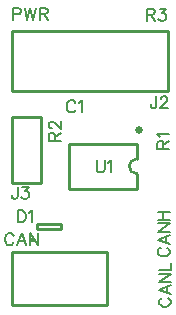
<source format=gbr>
G04 DipTrace 3.2.0.1*
G04 TopSilk.gbr*
%MOIN*%
G04 #@! TF.FileFunction,Legend,Top*
G04 #@! TF.Part,Single*
%ADD10C,0.009843*%
%ADD18C,0.015415*%
%ADD26C,0.025006*%
%ADD54C,0.005906*%
%FSLAX26Y26*%
G04*
G70*
G90*
G75*
G01*
G04 TopSilk*
%LPD*%
D18*
X512464Y630958D3*
X525588Y665360D2*
D10*
X604335D1*
Y685034D1*
X525588D1*
Y665360D1*
X441329Y590871D2*
X756290D1*
Y413706D1*
X441329D1*
Y590871D1*
X538140Y1040252D2*
X439715D1*
Y820567D1*
X538140D1*
Y1040252D1*
X440157Y1327165D2*
X959843D1*
Y1127165D1*
X440157D1*
Y1327165D1*
X857143Y800908D2*
X632137D1*
Y950909D1*
X857143D1*
Y900918D1*
Y800908D2*
Y850898D1*
Y900918D2*
G03X857143Y850898I4J-25010D01*
G01*
D26*
X866000Y996674D3*
X652268Y1086172D2*
D54*
X650367Y1089975D1*
X646520Y1093822D1*
X642718Y1095723D1*
X635069D1*
X631222Y1093822D1*
X627419Y1089975D1*
X625474Y1086172D1*
X623572Y1080424D1*
Y1070829D1*
X625474Y1065126D1*
X627419Y1061279D1*
X631222Y1057476D1*
X635069Y1055531D1*
X642718D1*
X646520Y1057476D1*
X650367Y1061279D1*
X652268Y1065126D1*
X664079Y1088029D2*
X667926Y1089975D1*
X673674Y1095679D1*
Y1055531D1*
X936098Y604217D2*
X932296Y602316D1*
X928449Y598469D1*
X926547Y594666D1*
Y587017D1*
X928449Y583170D1*
X932295Y579368D1*
X936098Y577422D1*
X941846Y575521D1*
X951441D1*
X957145Y577422D1*
X960991Y579368D1*
X964794Y583170D1*
X966740Y587017D1*
Y594666D1*
X964794Y598469D1*
X960991Y602316D1*
X957145Y604217D1*
X966739Y646669D2*
X926548Y631327D1*
X966739Y616028D1*
X953342Y621776D2*
Y640921D1*
X926547Y685275D2*
X966739D1*
X926548Y658480D1*
X966739D1*
X926547Y697086D2*
X966739D1*
X926547Y723881D2*
X966739D1*
X945693Y697086D2*
Y723881D1*
X940035Y436849D2*
X936233Y434948D1*
X932386Y431101D1*
X930484Y427298D1*
Y419649D1*
X932386Y415802D1*
X936232Y412000D1*
X940035Y410054D1*
X945783Y408153D1*
X955378D1*
X961082Y410054D1*
X964928Y412000D1*
X968731Y415802D1*
X970677Y419649D1*
Y427298D1*
X968731Y431101D1*
X964928Y434948D1*
X961082Y436849D1*
X970676Y479301D2*
X930485Y463959D1*
X970677Y448660D1*
X957279Y454408D2*
Y473553D1*
X930485Y517907D2*
X970676D1*
X930485Y491112D1*
X970676D1*
X930485Y529718D2*
X970676D1*
Y552666D1*
X459580Y728719D2*
Y688527D1*
X472977D1*
X478725Y690472D1*
X482572Y694275D1*
X484473Y698122D1*
X486374Y703826D1*
Y713420D1*
X484473Y719168D1*
X482572Y722971D1*
X478725Y726818D1*
X472977Y728719D1*
X459580D1*
X498185Y721025D2*
X502032Y722971D1*
X507780Y728675D1*
Y688527D1*
X444217Y1381885D2*
X461462D1*
X467165Y1383786D1*
X469111Y1385732D1*
X471012Y1389534D1*
Y1395282D1*
X469111Y1399085D1*
X467165Y1401030D1*
X461462Y1402932D1*
X444217D1*
Y1362740D1*
X482823Y1402932D2*
X492418Y1362740D1*
X501969Y1402932D1*
X511519Y1362740D1*
X521114Y1402932D1*
X532925Y1383786D2*
X550125D1*
X555873Y1385732D1*
X557818Y1387633D1*
X559720Y1391435D1*
Y1395282D1*
X557818Y1399085D1*
X555873Y1401030D1*
X550125Y1402932D1*
X532925D1*
Y1362740D1*
X546322Y1383786D2*
X559720Y1362740D1*
X446644Y643701D2*
X444743Y647504D1*
X440896Y651350D1*
X437094Y653252D1*
X429444D1*
X425598Y651350D1*
X421795Y647504D1*
X419850Y643701D1*
X417948Y637953D1*
Y628358D1*
X419850Y622655D1*
X421795Y618808D1*
X425598Y615005D1*
X429444Y613060D1*
X437094D1*
X440896Y615005D1*
X444743Y618808D1*
X446644Y622655D1*
X489097Y613060D2*
X473754Y653252D1*
X458455Y613060D1*
X464203Y626457D2*
X483349D1*
X527703Y653252D2*
Y613060D1*
X500908Y653252D1*
Y613060D1*
X459513Y807357D2*
Y776760D1*
X457611Y771012D1*
X455666Y769110D1*
X451863Y767165D1*
X448017D1*
X444214Y769110D1*
X442313Y771012D1*
X440367Y776760D1*
Y780562D1*
X475170Y807313D2*
X496173D1*
X484721Y792014D1*
X490469D1*
X494272Y790113D1*
X496173Y788211D1*
X498118Y782463D1*
Y778661D1*
X496173Y772913D1*
X492370Y769066D1*
X486622Y767165D1*
X480874D1*
X475170Y769066D1*
X473269Y771012D1*
X471324Y774814D1*
X922553Y1110018D2*
Y1079421D1*
X920652Y1073673D1*
X918707Y1071772D1*
X914904Y1069826D1*
X911057D1*
X907255Y1071772D1*
X905353Y1073673D1*
X903408Y1079421D1*
Y1083224D1*
X936310Y1100423D2*
Y1102325D1*
X938211Y1106171D1*
X940112Y1108073D1*
X943959Y1109974D1*
X951608D1*
X955411Y1108073D1*
X957312Y1106171D1*
X959258Y1102325D1*
Y1098522D1*
X957312Y1094675D1*
X953510Y1088972D1*
X934364Y1069826D1*
X961159D1*
X582749Y961394D2*
Y978594D1*
X580804Y984342D1*
X578903Y986288D1*
X575100Y988189D1*
X571253D1*
X567451Y986288D1*
X565505Y984342D1*
X563604Y978594D1*
Y961394D1*
X603796D1*
X582749Y974792D2*
X603796Y988189D1*
X573199Y1001946D2*
X571297D1*
X567451Y1003847D1*
X565549Y1005748D1*
X563648Y1009595D1*
Y1017244D1*
X565549Y1021047D1*
X567451Y1022948D1*
X571297Y1024893D1*
X575100D1*
X578947Y1022948D1*
X584651Y1019145D1*
X603796Y1000000D1*
Y1026795D1*
X944954Y934561D2*
Y951761D1*
X943009Y957509D1*
X941107Y959455D1*
X937305Y961356D1*
X933458D1*
X929655Y959455D1*
X927710Y957509D1*
X925809Y951761D1*
Y934561D1*
X966001D1*
X944954Y947959D2*
X966001Y961356D1*
X933502Y973167D2*
X931557Y977014D1*
X925853Y982762D1*
X966001D1*
X890528Y1381818D2*
X907728D1*
X913476Y1383763D1*
X915422Y1385664D1*
X917323Y1389467D1*
Y1393314D1*
X915422Y1397116D1*
X913476Y1399062D1*
X907728Y1400963D1*
X890528D1*
Y1360771D1*
X903925Y1381818D2*
X917323Y1360771D1*
X932981Y1400919D2*
X953983D1*
X942531Y1385620D1*
X948279D1*
X952082Y1383719D1*
X953983Y1381818D1*
X955929Y1376070D1*
Y1372267D1*
X953983Y1366519D1*
X950180Y1362672D1*
X944432Y1360771D1*
X938684D1*
X932981Y1362672D1*
X931079Y1364618D1*
X929134Y1368420D1*
X723346Y895998D2*
Y867303D1*
X725247Y861555D1*
X729094Y857752D1*
X734842Y855806D1*
X738645D1*
X744393Y857752D1*
X748239Y861555D1*
X750141Y867303D1*
Y895998D1*
X761952Y888305D2*
X765798Y890250D1*
X771546Y895954D1*
Y855806D1*
M02*

</source>
